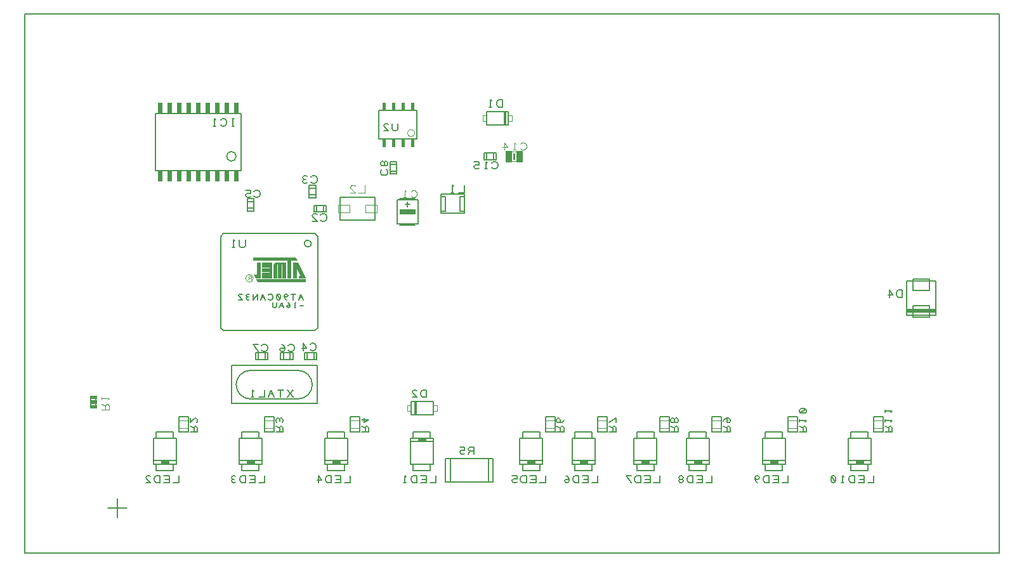
<source format=gbr>
%FSLAX23Y23*%
%MOIN*%
G04 EasyPC Gerber Version 16.0.6 Build 3249 *
%ADD10C,0.00100*%
%ADD95C,0.00200*%
%ADD96C,0.00300*%
%ADD91C,0.00360*%
%ADD90C,0.00400*%
%ADD11C,0.00500*%
%ADD94C,0.00600*%
%ADD92C,0.00700*%
%ADD89C,0.00787*%
%ADD93C,0.00800*%
X0Y0D02*
D02*
D10*
X346Y765D02*
Y781D01*
X380*
Y765*
X346*
G36*
Y781*
X380*
Y765*
X346*
G37*
Y815D02*
Y831D01*
X380*
Y815*
X346*
G36*
Y831*
X380*
Y815*
X346*
G37*
X347Y790D02*
Y806D01*
X378*
Y790*
X347*
G36*
Y806*
X378*
Y790*
X347*
G37*
X703Y1959D02*
Y2014D01*
X723*
Y1959*
X703*
G36*
Y2014*
X723*
Y1959*
X703*
G37*
Y2313D02*
Y2368D01*
X723*
Y2313*
X703*
G36*
Y2368*
X723*
Y2313*
X703*
G37*
X753Y1959D02*
Y2014D01*
X773*
Y1959*
X753*
G36*
Y2014*
X773*
Y1959*
X753*
G37*
Y2313D02*
Y2368D01*
X773*
Y2313*
X753*
G36*
Y2368*
X773*
Y2313*
X753*
G37*
X803Y1959D02*
Y2014D01*
X823*
Y1959*
X803*
G36*
Y2014*
X823*
Y1959*
X803*
G37*
Y2313D02*
Y2368D01*
X823*
Y2313*
X803*
G36*
Y2368*
X823*
Y2313*
X803*
G37*
X853Y1959D02*
Y2014D01*
X873*
Y1959*
X853*
G36*
Y2014*
X873*
Y1959*
X853*
G37*
Y2313D02*
Y2368D01*
X873*
Y2313*
X853*
G36*
Y2368*
X873*
Y2313*
X853*
G37*
X903Y1959D02*
Y2014D01*
X923*
Y1959*
X903*
G36*
Y2014*
X923*
Y1959*
X903*
G37*
Y2313D02*
Y2368D01*
X923*
Y2313*
X903*
G36*
Y2368*
X923*
Y2313*
X903*
G37*
X953Y1959D02*
Y2014D01*
X973*
Y1959*
X953*
G36*
Y2014*
X973*
Y1959*
X953*
G37*
Y2313D02*
Y2368D01*
X973*
Y2313*
X953*
G36*
Y2368*
X973*
Y2313*
X953*
G37*
X1003Y1959D02*
Y2014D01*
X1023*
Y1959*
X1003*
G36*
Y2014*
X1023*
Y1959*
X1003*
G37*
Y2313D02*
Y2368D01*
X1023*
Y2313*
X1003*
G36*
Y2368*
X1023*
Y2313*
X1003*
G37*
X1053Y1959D02*
Y2014D01*
X1073*
Y1959*
X1053*
G36*
Y2014*
X1073*
Y1959*
X1053*
G37*
Y2313D02*
Y2368D01*
X1073*
Y2313*
X1053*
G36*
Y2368*
X1073*
Y2313*
X1053*
G37*
X1103Y1959D02*
Y2014D01*
X1123*
Y1959*
X1103*
G36*
Y2014*
X1123*
Y1959*
X1103*
G37*
Y2313D02*
Y2368D01*
X1123*
Y2313*
X1103*
G36*
Y2368*
X1123*
Y2313*
X1103*
G37*
X1239Y1530D02*
Y1451D01*
X1215*
X1207Y1467*
X1223*
Y1530*
X1239*
G36*
Y1451*
X1215*
X1207Y1467*
X1223*
Y1530*
X1239*
G37*
X1298D02*
Y1451D01*
X1250*
Y1475*
X1290*
Y1483*
X1250*
Y1498*
X1290*
Y1506*
X1250*
Y1530*
X1298*
G36*
Y1451*
X1250*
Y1475*
X1290*
Y1483*
X1250*
Y1498*
X1290*
Y1506*
X1250*
Y1530*
X1298*
G37*
X1373D02*
Y1451D01*
X1357*
Y1522*
X1349*
Y1451*
X1333*
Y1522*
X1325*
Y1451*
X1310*
Y1514*
X1313Y1522*
X1317Y1526*
X1325Y1530*
X1373*
G36*
Y1451*
X1357*
Y1522*
X1349*
Y1451*
X1333*
Y1522*
X1325*
Y1451*
X1310*
Y1514*
X1313Y1522*
X1317Y1526*
X1325Y1530*
X1373*
G37*
X1432Y1542D02*
X1424Y1557D01*
X1203*
Y1542*
X1384*
Y1451*
X1400*
Y1542*
X1432*
G36*
X1424Y1557*
X1203*
Y1542*
X1384*
Y1451*
X1400*
Y1542*
X1432*
G37*
X1475Y1443D02*
Y1428D01*
X1227*
X1219Y1443*
X1475*
G36*
Y1428*
X1227*
X1219Y1443*
X1475*
G37*
Y1451D02*
X1435Y1530D01*
X1412*
Y1451*
X1428*
Y1506*
X1451Y1459*
X1443*
Y1451*
X1475*
G36*
X1435Y1530*
X1412*
Y1451*
X1428*
Y1506*
X1451Y1459*
X1443*
Y1451*
X1475*
G37*
X1895Y2138D02*
X1881D01*
Y2178*
X1895*
Y2138*
G36*
X1881*
Y2178*
X1895*
Y2138*
G37*
Y2328D02*
X1881D01*
Y2368*
X1895*
Y2328*
G36*
X1881*
Y2368*
X1895*
Y2328*
G37*
X1945Y2138D02*
X1931D01*
Y2178*
X1945*
Y2138*
G36*
X1931*
Y2178*
X1945*
Y2138*
G37*
Y2328D02*
X1931D01*
Y2368*
X1945*
Y2328*
G36*
X1931*
Y2368*
X1945*
Y2328*
G37*
X1974Y1785D02*
Y1808D01*
X2053*
Y1785*
X1974*
G36*
Y1808*
X2053*
Y1785*
X1974*
G37*
X1995Y2138D02*
X1981D01*
Y2178*
X1995*
Y2138*
G36*
X1981*
Y2178*
X1995*
Y2138*
G37*
Y2328D02*
X1981D01*
Y2368*
X1995*
Y2328*
G36*
X1981*
Y2368*
X1995*
Y2328*
G37*
X2045Y2138D02*
X2031D01*
Y2178*
X2045*
Y2138*
G36*
X2031*
Y2178*
X2045*
Y2138*
G37*
Y2328D02*
X2031D01*
Y2368*
X2045*
Y2328*
G36*
X2031*
Y2368*
X2045*
Y2328*
G37*
X2558Y2060D02*
X2528D01*
Y2117*
X2558*
Y2060*
G36*
X2528*
Y2117*
X2558*
Y2060*
G37*
X2576Y2073D02*
X2568D01*
Y2104*
X2576*
Y2073*
G36*
X2568*
Y2104*
X2576*
Y2073*
G37*
X2615Y2060D02*
X2585D01*
Y2117*
X2615*
Y2060*
G36*
X2585*
Y2117*
X2615*
Y2060*
G37*
D02*
D11*
X488Y288D02*
Y188D01*
X538Y238D02*
X438D01*
X693Y470D02*
X783D01*
Y435*
X693*
Y470*
Y640D02*
X783D01*
Y605*
X693*
Y640*
X798Y488D02*
X678D01*
X813Y410D02*
Y372D01*
X781*
X763D02*
Y410D01*
X731*
X738Y391D02*
X763D01*
Y372D02*
X731D01*
X713D02*
Y410D01*
X694*
X688Y407*
X685Y404*
X681Y397*
Y385*
X685Y379*
X688Y375*
X694Y372*
X713*
X638D02*
X663D01*
X641Y394*
X638Y400*
X641Y407*
X647Y410*
X656*
X663Y407*
X872Y638D02*
X910D01*
Y660*
X906Y666*
X900Y669*
X894Y666*
X891Y660*
Y638*
Y660D02*
X872Y669D01*
Y713D02*
Y688D01*
X894Y710*
X900Y713*
X906Y710*
X910Y704*
Y694*
X906Y688*
X1063Y2088D02*
G75*
G02X1113I25D01*
G01*
G75*
G02X1063I-25*
G01*
X1088Y988D02*
X1538D01*
Y788*
X1088*
Y988*
X1103Y2247D02*
X1091D01*
X1097D02*
Y2285D01*
X1103D02*
X1091D01*
X1031Y2254D02*
X1035Y2250D01*
X1041Y2247*
X1050*
X1056Y2250*
X1060Y2254*
X1063Y2260*
Y2272*
X1060Y2279*
X1056Y2282*
X1050Y2285*
X1041*
X1035Y2282*
X1031Y2279*
X1006Y2247D02*
X994D01*
X1000D02*
Y2285D01*
X1006Y2279*
X1143Y470D02*
X1233D01*
Y435*
X1143*
Y470*
Y640D02*
X1233D01*
Y605*
X1143*
Y640*
X1162Y1649D02*
Y1620D01*
X1158Y1614*
X1152Y1611*
X1140*
X1133Y1614*
X1130Y1620*
Y1649*
X1105Y1611D02*
X1093D01*
X1099D02*
Y1649D01*
X1105Y1642*
X1206Y1801D02*
X1171D01*
Y1816*
X1206*
Y1801*
Y1851D02*
X1171D01*
Y1866*
X1206*
Y1851*
X1230Y1056D02*
Y1021D01*
X1215*
Y1056*
X1230*
X1206Y1879D02*
X1210Y1875D01*
X1216Y1872*
X1225*
X1231Y1875*
X1235Y1879*
X1238Y1885*
Y1897*
X1235Y1904*
X1231Y1907*
X1225Y1910*
X1216*
X1210Y1907*
X1206Y1904*
X1188Y1875D02*
X1181Y1872D01*
X1172*
X1166Y1875*
X1163Y1882*
Y1885*
X1166Y1891*
X1172Y1894*
X1188*
Y1910*
X1163*
X1248Y488D02*
X1128D01*
X1263Y410D02*
Y372D01*
X1231*
X1213D02*
Y410D01*
X1181*
X1188Y391D02*
X1213D01*
Y372D02*
X1181D01*
X1163D02*
Y410D01*
X1144*
X1138Y407*
X1135Y404*
X1131Y397*
Y385*
X1135Y379*
X1138Y375*
X1144Y372*
X1163*
X1110Y375D02*
X1103Y372D01*
X1097*
X1091Y375*
X1088Y382*
X1091Y388*
X1097Y391*
X1103*
X1097D02*
X1091Y394D01*
X1088Y400*
X1091Y407*
X1097Y410*
X1103*
X1110Y407*
X1246Y1069D02*
X1250Y1065D01*
X1256Y1062*
X1265*
X1271Y1065*
X1275Y1069*
X1278Y1075*
Y1087*
X1275Y1094*
X1271Y1097*
X1265Y1100*
X1256*
X1250Y1097*
X1246Y1094*
X1228Y1062D02*
X1203Y1100D01*
X1228*
X1280Y1056D02*
Y1021D01*
X1265*
Y1056*
X1280*
X1288Y813D02*
X1438D01*
G75*
G03X1513Y888J75*
G01*
G75*
G03X1438Y963I-75*
G01*
X1188*
G75*
G03X1113Y888J-75*
G01*
G75*
G03X1188Y813I75*
G01*
X1288*
X1322Y638D02*
X1360D01*
Y660*
X1356Y666*
X1350Y669*
X1344Y666*
X1341Y660*
Y638*
Y660D02*
X1322Y669D01*
X1325Y691D02*
X1322Y697D01*
Y704*
X1325Y710*
X1331Y713*
X1338Y710*
X1341Y704*
Y697*
Y704D02*
X1344Y710D01*
X1350Y713*
X1356Y710*
X1360Y704*
Y697*
X1356Y691*
X1346Y1020D02*
Y1055D01*
X1361*
Y1020*
X1346*
X1396D02*
Y1055D01*
X1411*
Y1020*
X1396*
X1413Y822D02*
X1381Y860D01*
X1413D02*
X1381Y822D01*
X1347D02*
Y860D01*
X1363D02*
X1331D01*
X1313Y822D02*
X1297Y860D01*
X1281Y822*
X1306Y838D02*
X1288D01*
X1263Y860D02*
Y822D01*
X1231*
X1206D02*
X1194D01*
X1200D02*
Y860D01*
X1206Y854*
X1386Y1069D02*
X1390Y1065D01*
X1396Y1062*
X1405*
X1411Y1065*
X1415Y1069*
X1418Y1075*
Y1087*
X1415Y1094*
X1411Y1097*
X1405Y1100*
X1396*
X1390Y1097*
X1386Y1094*
X1368Y1072D02*
X1365Y1078D01*
X1358Y1081*
X1352*
X1346Y1078*
X1343Y1072*
X1346Y1065*
X1352Y1062*
X1358*
X1365Y1065*
X1368Y1072*
Y1081*
X1365Y1090*
X1358Y1097*
X1352Y1100*
X1467Y1302D02*
X1449D01*
X1427Y1293D02*
X1418D01*
X1423D02*
Y1320D01*
X1427Y1315*
X1397Y1300D02*
X1394Y1304D01*
X1390Y1306*
X1386*
X1381Y1304*
X1379Y1300*
X1381Y1295*
X1386Y1293*
X1390*
X1394Y1295*
X1397Y1300*
Y1306*
X1394Y1313*
X1390Y1317*
X1386Y1320*
X1362Y1293D02*
X1351Y1320D01*
X1340Y1293*
X1357Y1304D02*
X1344D01*
X1327Y1320D02*
Y1300D01*
X1324Y1295*
X1320Y1293*
X1311*
X1307Y1295*
X1305Y1300*
Y1320*
X1467Y1334D02*
X1454Y1364D01*
X1442Y1334*
X1462Y1347D02*
X1447D01*
X1414Y1334D02*
Y1364D01*
X1427D02*
X1402D01*
X1379Y1334D02*
X1374Y1337D01*
X1369Y1342*
X1367Y1349*
Y1357*
X1369Y1362*
X1374Y1364*
X1379*
X1384Y1362*
X1387Y1357*
X1384Y1352*
X1379Y1349*
X1374*
X1369Y1352*
X1367Y1357*
X1344Y1337D02*
X1339Y1334D01*
X1334*
X1329Y1337*
X1327Y1342*
Y1357*
X1329Y1362*
X1334Y1364*
X1339*
X1344Y1362*
X1347Y1357*
Y1342*
X1344Y1337*
X1329Y1362*
X1282Y1339D02*
X1284Y1337D01*
X1289Y1334*
X1297*
X1302Y1337*
X1304Y1339*
X1307Y1344*
Y1354*
X1304Y1359*
X1302Y1362*
X1297Y1364*
X1289*
X1284Y1362*
X1282Y1359*
X1267Y1334D02*
X1254Y1364D01*
X1242Y1334*
X1262Y1347D02*
X1247D01*
X1227Y1334D02*
Y1364D01*
X1202Y1334*
Y1364*
X1184Y1337D02*
X1179Y1334D01*
X1174*
X1169Y1337*
X1167Y1342*
X1169Y1347*
X1174Y1349*
X1179*
X1174D02*
X1169Y1352D01*
X1167Y1357*
X1169Y1362*
X1174Y1364*
X1179*
X1184Y1362*
X1127Y1334D02*
X1147D01*
X1129Y1352*
X1127Y1357*
X1129Y1362*
X1134Y1364*
X1142*
X1147Y1362*
X1471Y1020D02*
Y1055D01*
X1486*
Y1020*
X1471*
X1492Y1612D02*
G75*
G02X1487Y1647I-3J18D01*
G01*
G75*
G02X1492Y1612I3J-18*
G01*
X1521Y1020D02*
Y1055D01*
X1536*
Y1020*
X1521*
Y1795D02*
Y1830D01*
X1536*
Y1795*
X1521*
X1531Y1871D02*
X1496D01*
Y1886*
X1531*
Y1871*
Y1921D02*
X1496D01*
Y1936*
X1531*
Y1921*
X1501Y1074D02*
X1505Y1070D01*
X1511Y1067*
X1520*
X1526Y1070*
X1530Y1074*
X1533Y1080*
Y1092*
X1530Y1099*
X1526Y1102*
X1520Y1105*
X1511*
X1505Y1102*
X1501Y1099*
X1467Y1067D02*
Y1105D01*
X1483Y1080*
X1458*
X1506Y1954D02*
X1510Y1950D01*
X1516Y1947*
X1525*
X1531Y1950*
X1535Y1954*
X1538Y1960*
Y1972*
X1535Y1979*
X1531Y1982*
X1525Y1985*
X1516*
X1510Y1982*
X1506Y1979*
X1485Y1950D02*
X1478Y1947D01*
X1472*
X1466Y1950*
X1463Y1957*
X1466Y1963*
X1472Y1966*
X1478*
X1472D02*
X1466Y1969D01*
X1463Y1975*
X1466Y1982*
X1472Y1985*
X1478*
X1485Y1982*
X1571Y1795D02*
Y1830D01*
X1586*
Y1795*
X1571*
X1556Y1754D02*
X1560Y1750D01*
X1566Y1747*
X1575*
X1581Y1750*
X1585Y1754*
X1588Y1760*
Y1772*
X1585Y1779*
X1581Y1782*
X1575Y1785*
X1566*
X1560Y1782*
X1556Y1779*
X1513Y1747D02*
X1538D01*
X1516Y1769*
X1513Y1775*
X1516Y1782*
X1522Y1785*
X1531*
X1538Y1782*
X1593Y470D02*
X1683D01*
Y435*
X1593*
Y470*
Y640D02*
X1683D01*
Y605*
X1593*
Y640*
X1698Y488D02*
X1578D01*
X1713Y410D02*
Y372D01*
X1681*
X1663D02*
Y410D01*
X1631*
X1638Y391D02*
X1663D01*
Y372D02*
X1631D01*
X1613D02*
Y410D01*
X1594*
X1588Y407*
X1585Y404*
X1581Y397*
Y385*
X1585Y379*
X1588Y375*
X1594Y372*
X1613*
X1547D02*
Y410D01*
X1563Y385*
X1538*
X1772Y638D02*
X1810D01*
Y660*
X1806Y666*
X1800Y669*
X1794Y666*
X1791Y660*
Y638*
Y660D02*
X1772Y669D01*
Y704D02*
X1810D01*
X1785Y688*
Y713*
X1878Y2019D02*
X1875Y2016D01*
X1872Y2010*
Y2000*
X1875Y1994*
X1878Y1991*
X1885Y1988*
X1897*
X1903Y1991*
X1906Y1994*
X1910Y2000*
Y2010*
X1906Y2016*
X1903Y2019*
X1891Y2047D02*
Y2054D01*
X1894Y2060*
X1900Y2063*
X1906Y2060*
X1910Y2054*
Y2047*
X1906Y2041*
X1900Y2038*
X1894Y2041*
X1891Y2047*
X1888Y2041*
X1881Y2038*
X1875Y2041*
X1872Y2047*
Y2054*
X1875Y2060*
X1881Y2063*
X1888Y2060*
X1891Y2054*
X1863Y2328D02*
X2063D01*
Y2178*
X1863*
Y2328*
X1956Y1996D02*
X1921D01*
Y2011*
X1956*
Y1996*
Y2046D02*
X1921D01*
Y2061*
X1956*
Y2046*
X1963Y2260D02*
Y2232D01*
X1960Y2225*
X1953Y2222*
X1941*
X1935Y2225*
X1931Y2232*
Y2260*
X1888Y2222D02*
X1913D01*
X1891Y2244*
X1888Y2250*
X1891Y2257*
X1897Y2260*
X1906*
X1913Y2257*
X2028Y588D02*
X2148D01*
X2113Y822D02*
Y860D01*
X2094*
X2088Y857*
X2085Y854*
X2081Y847*
Y835*
X2085Y829*
X2088Y825*
X2094Y822*
X2113*
X2038D02*
X2063D01*
X2041Y844*
X2038Y850*
X2041Y857*
X2047Y860*
X2056*
X2063Y857*
X2133Y436D02*
X2043D01*
Y471*
X2133*
Y436*
Y606D02*
X2043D01*
Y641*
X2133*
Y606*
X2148Y798D02*
Y728D01*
X2033*
Y798*
X2148*
X2163Y410D02*
Y372D01*
X2131*
X2113D02*
Y410D01*
X2081*
X2088Y391D02*
X2113D01*
Y372D02*
X2081D01*
X2063D02*
Y410D01*
X2044*
X2038Y407*
X2035Y404*
X2031Y397*
Y385*
X2035Y379*
X2038Y375*
X2044Y372*
X2063*
X2006D02*
X1994D01*
X2000D02*
Y410D01*
X2006Y404*
X2213Y1800D02*
X2188D01*
Y1875*
X2213*
Y1800*
X2238Y501D02*
Y376D01*
X2213*
Y501*
X2238*
X2313Y1800D02*
X2288D01*
Y1875*
X2313*
Y1800*
Y1935D02*
Y1897D01*
X2281*
X2256D02*
X2244D01*
X2250D02*
Y1935D01*
X2256Y1929*
X2363Y522D02*
Y560D01*
X2341*
X2335Y557*
X2331Y550*
X2335Y544*
X2341Y541*
X2363*
X2341D02*
X2331Y522D01*
X2313Y525D02*
X2306Y522D01*
X2297*
X2291Y525*
X2288Y532*
Y535*
X2291Y541*
X2297Y544*
X2313*
Y560*
X2288*
X2428Y2253D02*
Y2323D01*
X2543*
Y2253*
X2428*
X2430Y2106D02*
Y2071D01*
X2415*
Y2106*
X2430*
X2463Y501D02*
Y376D01*
X2438*
Y501*
X2463*
X2480Y2106D02*
Y2071D01*
X2465*
Y2106*
X2480*
X2456Y2029D02*
X2460Y2025D01*
X2466Y2022*
X2475*
X2481Y2025*
X2485Y2029*
X2488Y2035*
Y2047*
X2485Y2054*
X2481Y2057*
X2475Y2060*
X2466*
X2460Y2057*
X2456Y2054*
X2431Y2022D02*
X2419D01*
X2425D02*
Y2060D01*
X2431Y2054*
X2388Y2025D02*
X2381Y2022D01*
X2372*
X2366Y2025*
X2363Y2032*
Y2035*
X2366Y2041*
X2372Y2044*
X2388*
Y2060*
X2363*
X2513Y2347D02*
Y2385D01*
X2494*
X2488Y2382*
X2485Y2379*
X2481Y2372*
Y2360*
X2485Y2354*
X2488Y2350*
X2494Y2347*
X2513*
X2456D02*
X2444D01*
X2450D02*
Y2385D01*
X2456Y2379*
X2618Y470D02*
X2708D01*
Y435*
X2618*
Y470*
Y640D02*
X2708D01*
Y605*
X2618*
Y640*
X2723Y488D02*
X2603D01*
X2738Y410D02*
Y372D01*
X2706*
X2688D02*
Y410D01*
X2656*
X2663Y391D02*
X2688D01*
Y372D02*
X2656D01*
X2638D02*
Y410D01*
X2619*
X2613Y407*
X2610Y404*
X2606Y397*
Y385*
X2610Y379*
X2613Y375*
X2619Y372*
X2638*
X2588Y375D02*
X2581Y372D01*
X2572*
X2566Y375*
X2563Y382*
Y385*
X2566Y391*
X2572Y394*
X2588*
Y410*
X2563*
X2797Y638D02*
X2835D01*
Y660*
X2831Y666*
X2825Y669*
X2819Y666*
X2816Y660*
Y638*
Y660D02*
X2797Y669D01*
X2806Y688D02*
X2813Y691D01*
X2816Y697*
Y704*
X2813Y710*
X2806Y713*
X2800Y710*
X2797Y704*
Y697*
X2800Y691*
X2806Y688*
X2816*
X2825Y691*
X2831Y697*
X2835Y704*
X2893Y470D02*
X2983D01*
Y435*
X2893*
Y470*
Y640D02*
X2983D01*
Y605*
X2893*
Y640*
X2998Y488D02*
X2878D01*
X3013Y410D02*
Y372D01*
X2981*
X2963D02*
Y410D01*
X2931*
X2938Y391D02*
X2963D01*
Y372D02*
X2931D01*
X2913D02*
Y410D01*
X2894*
X2888Y407*
X2885Y404*
X2881Y397*
Y385*
X2885Y379*
X2888Y375*
X2894Y372*
X2913*
X2863Y382D02*
X2860Y388D01*
X2853Y391*
X2847*
X2841Y388*
X2838Y382*
X2841Y375*
X2847Y372*
X2853*
X2860Y375*
X2863Y382*
Y391*
X2860Y400*
X2853Y407*
X2847Y410*
X3072Y638D02*
X3110D01*
Y660*
X3106Y666*
X3100Y669*
X3094Y666*
X3091Y660*
Y638*
Y660D02*
X3072Y669D01*
Y688D02*
X3110Y713D01*
Y688*
X3218Y470D02*
X3308D01*
Y435*
X3218*
Y470*
Y640D02*
X3308D01*
Y605*
X3218*
Y640*
X3323Y488D02*
X3203D01*
X3338Y410D02*
Y372D01*
X3306*
X3288D02*
Y410D01*
X3256*
X3263Y391D02*
X3288D01*
Y372D02*
X3256D01*
X3238D02*
Y410D01*
X3219*
X3213Y407*
X3210Y404*
X3206Y397*
Y385*
X3210Y379*
X3213Y375*
X3219Y372*
X3238*
X3188D02*
X3163Y410D01*
X3188*
X3397Y638D02*
X3435D01*
Y660*
X3431Y666*
X3425Y669*
X3419Y666*
X3416Y660*
Y638*
Y660D02*
X3397Y669D01*
X3416Y697D02*
Y704D01*
X3419Y710*
X3425Y713*
X3431Y710*
X3435Y704*
Y697*
X3431Y691*
X3425Y688*
X3419Y691*
X3416Y697*
X3413Y691*
X3406Y688*
X3400Y691*
X3397Y697*
Y704*
X3400Y710*
X3406Y713*
X3413Y710*
X3416Y704*
X3493Y470D02*
X3583D01*
Y435*
X3493*
Y470*
Y640D02*
X3583D01*
Y605*
X3493*
Y640*
X3598Y488D02*
X3478D01*
X3613Y410D02*
Y372D01*
X3581*
X3563D02*
Y410D01*
X3531*
X3538Y391D02*
X3563D01*
Y372D02*
X3531D01*
X3513D02*
Y410D01*
X3494*
X3488Y407*
X3485Y404*
X3481Y397*
Y385*
X3485Y379*
X3488Y375*
X3494Y372*
X3513*
X3453Y391D02*
X3447D01*
X3441Y394*
X3438Y400*
X3441Y407*
X3447Y410*
X3453*
X3460Y407*
X3463Y400*
X3460Y394*
X3453Y391*
X3460Y388*
X3463Y382*
X3460Y375*
X3453Y372*
X3447*
X3441Y375*
X3438Y382*
X3441Y388*
X3447Y391*
X3672Y638D02*
X3710D01*
Y660*
X3706Y666*
X3700Y669*
X3694Y666*
X3691Y660*
Y638*
Y660D02*
X3672Y669D01*
Y697D02*
X3675Y704D01*
X3681Y710*
X3691Y713*
X3700*
X3706Y710*
X3710Y704*
Y697*
X3706Y691*
X3700Y688*
X3694Y691*
X3691Y697*
Y704*
X3694Y710*
X3700Y713*
X3893Y470D02*
X3983D01*
Y435*
X3893*
Y470*
Y640D02*
X3983D01*
Y605*
X3893*
Y640*
X3998Y488D02*
X3878D01*
X4013Y410D02*
Y372D01*
X3981*
X3963D02*
Y410D01*
X3931*
X3938Y391D02*
X3963D01*
Y372D02*
X3931D01*
X3913D02*
Y410D01*
X3894*
X3888Y407*
X3885Y404*
X3881Y397*
Y385*
X3885Y379*
X3888Y375*
X3894Y372*
X3913*
X3853D02*
X3847Y375D01*
X3841Y382*
X3838Y391*
Y400*
X3841Y407*
X3847Y410*
X3853*
X3860Y407*
X3863Y400*
X3860Y394*
X3853Y391*
X3847*
X3841Y394*
X3838Y400*
X4072Y638D02*
X4110D01*
Y660*
X4106Y666*
X4100Y669*
X4094Y666*
X4091Y660*
Y638*
Y660D02*
X4072Y669D01*
Y694D02*
Y707D01*
Y700D02*
X4110D01*
X4103Y694*
X4075Y741D02*
X4072Y747D01*
Y754*
X4075Y760*
X4081Y763*
X4100*
X4106Y760*
X4110Y754*
Y747*
X4106Y741*
X4100Y738*
X4081*
X4075Y741*
X4106Y760*
X4343Y470D02*
X4433D01*
Y435*
X4343*
Y470*
Y640D02*
X4433D01*
Y605*
X4343*
Y640*
X4448Y488D02*
X4328D01*
X4463Y410D02*
Y372D01*
X4431*
X4413D02*
Y410D01*
X4381*
X4388Y391D02*
X4413D01*
Y372D02*
X4381D01*
X4363D02*
Y410D01*
X4344*
X4338Y407*
X4335Y404*
X4331Y397*
Y385*
X4335Y379*
X4338Y375*
X4344Y372*
X4363*
X4306D02*
X4294D01*
X4300D02*
Y410D01*
X4306Y404*
X4260Y375D02*
X4253Y372D01*
X4247*
X4241Y375*
X4238Y382*
Y400*
X4241Y407*
X4247Y410*
X4253*
X4260Y407*
X4263Y400*
Y382*
X4260Y375*
X4241Y407*
X4522Y638D02*
X4560D01*
Y660*
X4556Y666*
X4550Y669*
X4544Y666*
X4541Y660*
Y638*
Y660D02*
X4522Y669D01*
Y694D02*
Y707D01*
Y700D02*
X4560D01*
X4553Y694*
X4522Y744D02*
Y757D01*
Y750D02*
X4560D01*
X4553Y744*
X4613Y1347D02*
Y1385D01*
X4594*
X4588Y1382*
X4585Y1379*
X4581Y1372*
Y1360*
X4585Y1354*
X4588Y1350*
X4594Y1347*
X4613*
X4547D02*
Y1385D01*
X4563Y1360*
X4538*
X4638Y1283D02*
X4788D01*
Y1268*
X4638*
Y1283*
G36*
X4788*
Y1268*
X4638*
Y1283*
G37*
X4670Y1302D02*
X4755D01*
Y1242*
X4670*
Y1302*
Y1442D02*
X4755D01*
Y1382*
X4670*
Y1442*
X5121Y2837D02*
Y3D01*
X3*
Y2837*
X5121*
D02*
D89*
X1542Y1187D02*
X1527Y1172D01*
X1047*
X1032Y1187*
Y1667*
X1047Y1682*
X1527*
X1542Y1667*
Y1187*
D02*
D90*
X407Y755D02*
X445D01*
Y777*
X441Y783*
X435Y786*
X429Y783*
X426Y777*
Y755*
Y777D02*
X407Y786D01*
Y811D02*
Y824D01*
Y817D02*
X445D01*
X438Y811*
X813Y638D02*
Y658D01*
X863*
Y638*
X813*
Y698D02*
Y718D01*
X863*
Y698*
X813*
X1164Y1447D02*
G75*
G02X1203I20D01*
G01*
G75*
G02X1164I-20*
G01*
X1263Y638D02*
Y658D01*
X1313*
Y638*
X1263*
Y698D02*
Y718D01*
X1313*
Y698*
X1263*
X1311Y1513D02*
G75*
G02X1327Y1528I16D01*
G01*
X1708Y1793D02*
X1648D01*
Y1833*
X1708*
Y1793*
X1713Y638D02*
Y658D01*
X1763*
Y638*
X1713*
Y698D02*
Y718D01*
X1763*
Y698*
X1713*
X1788Y1935D02*
Y1897D01*
X1756*
X1713D02*
X1738D01*
X1716Y1919*
X1713Y1925*
X1716Y1932*
X1722Y1935*
X1731*
X1738Y1932*
X1853Y1793D02*
X1793D01*
Y1833*
X1853*
Y1793*
X2013Y2213D02*
G75*
G02X2051Y2207I19J-3D01*
G01*
G75*
G02X2013Y2213I-19J3*
G01*
X2058Y798D02*
Y728D01*
X2048*
Y798*
X2058*
G36*
Y728*
X2048*
Y798*
X2058*
G37*
X2031Y1879D02*
X2035Y1875D01*
X2041Y1872*
X2050*
X2056Y1875*
X2060Y1879*
X2063Y1885*
Y1897*
X2060Y1904*
X2056Y1907*
X2050Y1910*
X2041*
X2035Y1907*
X2031Y1904*
X2006Y1872D02*
X1994D01*
X2000D02*
Y1910D01*
X2006Y1904*
X2518Y2253D02*
Y2323D01*
X2528*
Y2253*
X2518*
G36*
Y2323*
X2528*
Y2253*
X2518*
G37*
X2586Y2062D02*
X2557D01*
X2587Y2114D02*
X2557D01*
X2606Y2129D02*
X2610Y2125D01*
X2616Y2122*
X2625*
X2631Y2125*
X2635Y2129*
X2638Y2135*
Y2147*
X2635Y2154*
X2631Y2157*
X2625Y2160*
X2616*
X2610Y2157*
X2606Y2154*
X2581Y2122D02*
X2569D01*
X2575D02*
Y2160D01*
X2581Y2154*
X2522Y2122D02*
Y2160D01*
X2538Y2135*
X2513*
X2738Y638D02*
Y658D01*
X2788*
Y638*
X2738*
Y698D02*
Y718D01*
X2788*
Y698*
X2738*
X3013Y638D02*
Y658D01*
X3063*
Y638*
X3013*
Y698D02*
Y718D01*
X3063*
Y698*
X3013*
X3338Y638D02*
Y658D01*
X3388*
Y638*
X3338*
Y698D02*
Y718D01*
X3388*
Y698*
X3338*
X3613Y638D02*
Y658D01*
X3663*
Y638*
X3613*
Y698D02*
Y718D01*
X3663*
Y698*
X3613*
X4013Y638D02*
Y658D01*
X4063*
Y638*
X4013*
Y698D02*
Y718D01*
X4063*
Y698*
X4013*
X4463Y638D02*
Y658D01*
X4513*
Y638*
X4463*
Y698D02*
Y718D01*
X4513*
Y698*
X4463*
D02*
D91*
X1191Y1440D02*
Y1458D01*
X1181*
X1178Y1456*
X1176Y1453*
X1178Y1450*
X1181Y1449*
X1191*
X1181D02*
X1176Y1440D01*
D02*
D92*
X1171Y1801D02*
Y1866D01*
X1206*
Y1801*
X1171*
X1280Y1021D02*
X1215D01*
Y1056*
X1280*
Y1021*
X1346Y1055D02*
X1411D01*
Y1020*
X1346*
Y1055*
X1471D02*
X1536D01*
Y1020*
X1471*
Y1055*
X1496Y1871D02*
Y1936D01*
X1531*
Y1871*
X1496*
X1521Y1830D02*
X1586D01*
Y1795*
X1521*
Y1830*
X1921Y1996D02*
Y2061D01*
X1956*
Y1996*
X1921*
X2480Y2071D02*
X2415D01*
Y2106*
X2480*
Y2071*
D02*
D93*
X678Y605D02*
X798D01*
Y470*
X678*
Y605*
X688Y2013D02*
Y2313D01*
X1138*
Y2013*
X688*
X813Y638D02*
Y718D01*
X863*
Y638*
X813*
X1128Y605D02*
X1248D01*
Y470*
X1128*
Y605*
X1263Y638D02*
Y718D01*
X1313*
Y638*
X1263*
X1578Y605D02*
X1698D01*
Y470*
X1578*
Y605*
X1713Y638D02*
Y718D01*
X1763*
Y638*
X1713*
X1843Y1753D02*
X1658D01*
Y1873*
X1843*
Y1753*
X1959Y1732D02*
Y1861D01*
X2001Y1836D02*
X2026D01*
X2013Y1823D02*
Y1848D01*
X2068Y1732D02*
X1959D01*
X2068D02*
Y1861D01*
X1959*
X2148Y471D02*
X2028D01*
Y606*
X2148*
Y471*
X2313Y1788D02*
X2188D01*
Y1888*
X2313*
Y1788*
X2463Y501D02*
Y376D01*
X2213*
Y501*
X2463*
X2603Y605D02*
X2723D01*
Y470*
X2603*
Y605*
X2738Y638D02*
Y718D01*
X2788*
Y638*
X2738*
X2878Y605D02*
X2998D01*
Y470*
X2878*
Y605*
X3013Y638D02*
Y718D01*
X3063*
Y638*
X3013*
X3203Y605D02*
X3323D01*
Y470*
X3203*
Y605*
X3338Y638D02*
Y718D01*
X3388*
Y638*
X3338*
X3478Y605D02*
X3598D01*
Y470*
X3478*
Y605*
X3613Y638D02*
Y718D01*
X3663*
Y638*
X3613*
X3878Y605D02*
X3998D01*
Y470*
X3878*
Y605*
X4013Y638D02*
Y718D01*
X4063*
Y638*
X4013*
X4328Y605D02*
X4448D01*
Y470*
X4328*
Y605*
X4463Y638D02*
Y718D01*
X4513*
Y638*
X4463*
X4635Y1432D02*
X4790D01*
Y1252*
X4635*
Y1432*
D02*
D94*
X349Y781D02*
Y815D01*
X377D02*
Y781D01*
X1973Y1727D02*
X2053D01*
X1973Y1867D02*
X2053D01*
D02*
D95*
X718Y488D02*
X758D01*
Y473*
X718*
Y488*
G36*
X758*
Y473*
X718*
Y488*
G37*
X1168D02*
X1208D01*
Y473*
X1168*
Y488*
G36*
X1208*
Y473*
X1168*
Y488*
G37*
X1618D02*
X1658D01*
Y473*
X1618*
Y488*
G36*
X1658*
Y473*
X1618*
Y488*
G37*
X2108Y588D02*
X2068D01*
Y603*
X2108*
Y588*
G36*
X2068*
Y603*
X2108*
Y588*
G37*
X2643Y488D02*
X2683D01*
Y473*
X2643*
Y488*
G36*
X2683*
Y473*
X2643*
Y488*
G37*
X2918D02*
X2958D01*
Y473*
X2918*
Y488*
G36*
X2958*
Y473*
X2918*
Y488*
G37*
X3243D02*
X3283D01*
Y473*
X3243*
Y488*
G36*
X3283*
Y473*
X3243*
Y488*
G37*
X3518D02*
X3558D01*
Y473*
X3518*
Y488*
G36*
X3558*
Y473*
X3518*
Y488*
G37*
X3918D02*
X3958D01*
Y473*
X3918*
Y488*
G36*
X3958*
Y473*
X3918*
Y488*
G37*
X4368D02*
X4408D01*
Y473*
X4368*
Y488*
G36*
X4408*
Y473*
X4368*
Y488*
G37*
D02*
D96*
X2033Y778D02*
Y748D01*
X2013*
Y778*
X2033*
X2168D02*
Y748D01*
X2148*
Y778*
X2168*
X2408Y2273D02*
Y2303D01*
X2428*
Y2273*
X2408*
X2543D02*
Y2303D01*
X2563*
Y2273*
X2543*
X0Y0D02*
M02*

</source>
